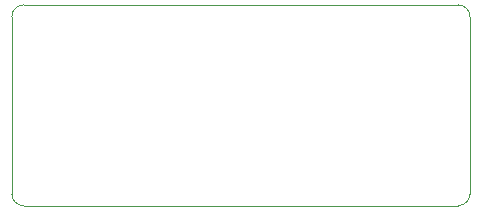
<source format=gm1>
%TF.GenerationSoftware,KiCad,Pcbnew,(5.1.9)-1*%
%TF.CreationDate,2021-07-26T22:25:14+08:00*%
%TF.ProjectId,BR-2slash3A,42522d32-736c-4617-9368-33412e6b6963,rev?*%
%TF.SameCoordinates,Original*%
%TF.FileFunction,Profile,NP*%
%FSLAX46Y46*%
G04 Gerber Fmt 4.6, Leading zero omitted, Abs format (unit mm)*
G04 Created by KiCad (PCBNEW (5.1.9)-1) date 2021-07-26 22:25:14*
%MOMM*%
%LPD*%
G01*
G04 APERTURE LIST*
%TA.AperFunction,Profile*%
%ADD10C,0.050000*%
%TD*%
G04 APERTURE END LIST*
D10*
X153995000Y-93590000D02*
X117205000Y-93590000D01*
X153995000Y-76590000D02*
X117205000Y-76590000D01*
X154995000Y-92590000D02*
G75*
G02*
X153995000Y-93590000I-1000000J0D01*
G01*
X153995000Y-76590000D02*
G75*
G02*
X154995000Y-77590000I0J-1000000D01*
G01*
X116205000Y-77590000D02*
G75*
G02*
X117205000Y-76590000I1000000J0D01*
G01*
X117205000Y-93590000D02*
G75*
G02*
X116205000Y-92590000I0J1000000D01*
G01*
X154995000Y-92590000D02*
X154995000Y-77590000D01*
X116205000Y-77590000D02*
X116205000Y-92590000D01*
M02*

</source>
